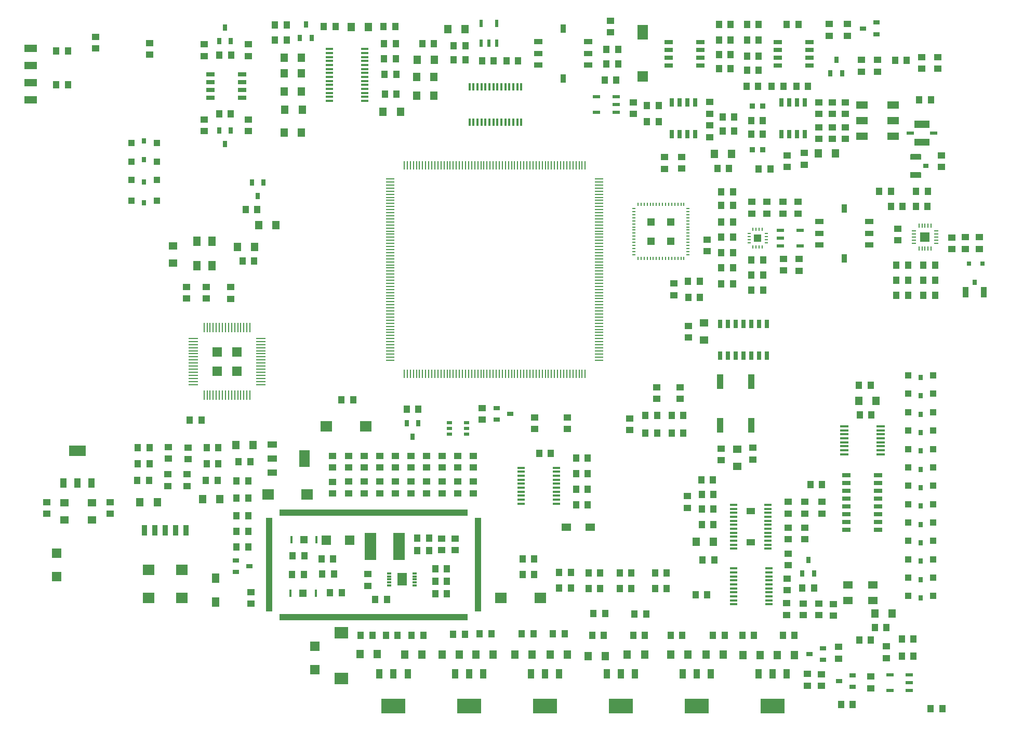
<source format=gbr>
G04 Generated by CircuitCAM Version 5.2*
%FSLAX24Y24*%
%MOMM*%
%ADD101R,1.149114X1.007585*%
%ADD102R,0.629336X1.265677*%
%ADD103R,0.795471X1.078349*%
%ADD104R,1.007585X1.149114*%
%ADD106R,1.219698X1.361227*%
%ADD107R,1.997568X1.219698*%
%ADD109R,0.806786X1.345602*%
%ADD110R,1.078349X0.795471*%
%ADD111R,1.716127X2.493997*%
%ADD112R,1.192937X0.301916*%
%ADD113R,1.345602X0.806786*%
%ADD114R,1.340034X0.802655*%
%ADD115R,1.716127X1.786891*%
%ADD116R,0.301916X1.192937*%
%ADD117R,1.265677X0.629336*%
%ADD118R,0.802655X1.340034*%
%ADD120R,0.795471X0.901618*%
%ADD121R,1.007585X1.078349*%
%ADD122R,0.915986X0.862105*%
%ADD123R,1.888009X1.251668*%
%ADD124R,1.167433X0.592697*%
%ADD125R,0.279286X1.325845*%
%ADD126R,0.848455X0.777870*%
%ADD127R,1.325845X0.279286*%
%ADD128R,0.293475X0.611735*%
%ADD129R,0.611735X0.293475*%
%ADD130R,1.149114X1.149114*%
%ADD131R,1.165996X1.525207*%
%ADD132R,1.361227X1.219698*%
%ADD133R,0.247496X0.643525*%
%ADD134R,0.643525X0.247496*%
%ADD135R,1.555560X1.555560*%
%ADD136R,0.654122X0.654122*%
%ADD137R,0.777870X0.848455*%
%ADD138R,0.245341X1.504013*%
%ADD144R,1.504013X0.245341*%
%ADD145R,1.625092X1.625092*%
%ADD146R,0.989983X2.436344*%
%ADD147R,1.926804X1.785455*%
%ADD148R,0.848455X0.494992*%
%ADD149R,1.495033X1.141391*%
%ADD150R,2.810820X1.714690*%
%ADD151R,1.347038X0.385433*%
%ADD152R,1.714690X2.810820*%
%ADD153R,1.141391X1.495033*%
%ADD156R,0.844144X1.706249*%
%ADD157R,1.644105X1.502577*%
%ADD158R,1.293157X1.490723*%
%ADD159R,1.873820X4.376977*%
%ADD160R,1.502577X1.644105*%
%ADD161R,0.372681X1.221135*%
%ADD162R,1.150550X1.221135*%
%ADD163R,1.562565X2.065459*%
%ADD164R,0.718421X0.305329*%
%ADD165R,1.184316X0.300479*%
%ADD166R,1.490723X1.293157*%
%ADD167R,1.525207X1.165996*%
%ADD170R,2.209682X1.856219*%
%ADD32R,3.975100X2.424938*%
%ADD173R,30.741807X1.089244*%
%ADD174R,0.983738X15.247935*%
%ADD175R,1.426522X1.052309*%
%LNSolderPasteTop*%
%LPD*%
G54D101*
X1147051Y1375499D03*
X308290Y1349017D03*
X308290Y1330015D03*
X395920Y1338857D03*
X484883Y1336830D03*
X556984Y1336830D03*
X1147051Y1356497D03*
X395920Y1319855D03*
X484883Y1317831D03*
X1532720Y1370007D03*
X1503510Y1370007D03*
X1532720Y1351008D03*
X1503510Y1351008D03*
X556984Y1317831D03*
X1680459Y1316327D03*
X1654297Y1316327D03*
X1582250Y1311587D03*
X1555580Y1311587D03*
X1680459Y1297328D03*
X1654297Y1297328D03*
X1582250Y1292588D03*
X1555580Y1292588D03*
X1184590Y1242337D03*
X484883Y1214415D03*
X556984Y1214415D03*
X1184590Y1223335D03*
X484883Y1195415D03*
X556984Y1195415D03*
X1308842Y1243053D03*
X1308842Y1224054D03*
X1530030Y1242337D03*
X1508440Y1242337D03*
X1486850Y1242337D03*
X1530030Y1223335D03*
X1508440Y1223335D03*
X1486850Y1223335D03*
X1308730Y1204928D03*
X1530030Y1201697D03*
X1508440Y1201697D03*
X1486850Y1201697D03*
X1308730Y1185929D03*
X1530030Y1182695D03*
X1508440Y1182695D03*
X1486850Y1182695D03*
X1263076Y1153541D03*
X1235136Y1153287D03*
X1462720Y1159787D03*
X1434780Y1155977D03*
X1686240Y1155977D03*
X1462720Y1140785D03*
X1434780Y1136975D03*
X1263076Y1134539D03*
X1235136Y1134285D03*
X1686240Y1136975D03*
X1453065Y1080366D03*
X1428067Y1080366D03*
X1402067Y1080366D03*
X1377066Y1080366D03*
X1453065Y1061367D03*
X1428067Y1061367D03*
X1402067Y1061367D03*
X1377066Y1061367D03*
X1304224Y1019216D03*
X1614866Y1036742D03*
X1614866Y1017742D03*
X1304224Y1000216D03*
X1748269Y1022627D03*
X1725409Y1022627D03*
X1703067Y1022365D03*
X1748269Y1003625D03*
X1725409Y1003625D03*
X1703067Y1003366D03*
X1428626Y987676D03*
X1454066Y987367D03*
X1428626Y968677D03*
X1250290Y947527D03*
X488290Y941926D03*
X456291Y941926D03*
X528000Y941492D03*
X1454066Y968365D03*
X1250290Y928525D03*
X488290Y922927D03*
X456291Y922927D03*
X528000Y922492D03*
X1274290Y878525D03*
X1274290Y859526D03*
X1260290Y778525D03*
X1222291Y778525D03*
X1260290Y759526D03*
X1222291Y759526D03*
X938210Y744497D03*
X938210Y725495D03*
X1076640Y729257D03*
X1023300Y729257D03*
X1023300Y710255D03*
X426400Y681396D03*
X458290Y680527D03*
X1178291Y727527D03*
X1076640Y710255D03*
X1178291Y708525D03*
X1379090Y679727D03*
X1327290Y678525D03*
X426400Y662396D03*
X458290Y661525D03*
X457291Y636527D03*
X425290Y636527D03*
X457291Y617525D03*
X425290Y617525D03*
X923260Y666613D03*
X897859Y666613D03*
X872459Y666613D03*
X847059Y666613D03*
X821659Y666613D03*
X796257Y666613D03*
X770857Y666613D03*
X745457Y666613D03*
X720059Y666613D03*
X693941Y666603D03*
X923260Y647611D03*
X897859Y647611D03*
X872459Y647611D03*
X847059Y647611D03*
X821659Y647611D03*
X796257Y647611D03*
X770857Y647611D03*
X745457Y647611D03*
X720059Y647611D03*
X693941Y647603D03*
X1379090Y660725D03*
X1327290Y659526D03*
X923303Y624947D03*
X897903Y624947D03*
X872503Y624947D03*
X847103Y624947D03*
X821703Y624947D03*
X796303Y624949D03*
X770903Y624949D03*
X745503Y624949D03*
X720103Y624947D03*
X694131Y624378D03*
X331290Y591525D03*
X228290Y591525D03*
X923303Y605947D03*
X897903Y605947D03*
X872503Y605947D03*
X847103Y605947D03*
X821703Y605947D03*
X796303Y605947D03*
X770903Y605947D03*
X745503Y605947D03*
X720103Y605947D03*
X694131Y605376D03*
X1272220Y600987D03*
X331290Y572526D03*
X228290Y572526D03*
X561020Y444881D03*
X561020Y425879D03*
X893506Y532003D03*
X871916Y532003D03*
X893506Y513001D03*
X871916Y513001D03*
X751520Y473987D03*
X751520Y454985D03*
X1491290Y591726D03*
X1463291Y591726D03*
X1436291Y591726D03*
X1272220Y581985D03*
X1491290Y572727D03*
X1463291Y572727D03*
X1436291Y572727D03*
X1463291Y549727D03*
X1436291Y549727D03*
X1463291Y530725D03*
X1436291Y530725D03*
X1436291Y507525D03*
X1436291Y488526D03*
X1435290Y466725D03*
X1435290Y447726D03*
X1434290Y426725D03*
X1486291Y426527D03*
X1461290Y426527D03*
X1510289Y425526D03*
X1434290Y407726D03*
X1486291Y407525D03*
X1461290Y407525D03*
X1510289Y406527D03*
X1518290Y355526D03*
X1596291Y356527D03*
X1518290Y336527D03*
X1596291Y337525D03*
X1467800Y311427D03*
X1490561Y311335D03*
X1467800Y292425D03*
X1490561Y292336D03*
X1571290Y307525D03*
X1571290Y288526D03*
G54D102*
X961751Y1370899D03*
X936351Y1370899D03*
X961751Y1339098D03*
X949051Y1339098D03*
X936351Y1339098D03*
G54D103*
X650616Y1369261D03*
X518884Y1364331D03*
X660116Y1347259D03*
X641116Y1347259D03*
X528384Y1342332D03*
X509382Y1342332D03*
X1514940Y1311819D03*
X1524439Y1289817D03*
X1505440Y1289817D03*
X528384Y1196866D03*
X509382Y1196866D03*
X518884Y1174864D03*
X581751Y1111755D03*
X562750Y1111755D03*
X572249Y1089756D03*
X833791Y720026D03*
X814791Y720026D03*
X824291Y698025D03*
X1469291Y497225D03*
X1478790Y475226D03*
X1459791Y475226D03*
G54D104*
X619476Y1368166D03*
X600476Y1368166D03*
X699066Y1366020D03*
X680067Y1366020D03*
X796066Y1366020D03*
X777067Y1366020D03*
X619222Y1344036D03*
X600222Y1344036D03*
X262791Y1326025D03*
X243789Y1326025D03*
X1453319Y1369398D03*
X1434320Y1369398D03*
X1388549Y1369398D03*
X1369550Y1369398D03*
X1342829Y1369398D03*
X1323830Y1369398D03*
X797067Y1338021D03*
X778065Y1338021D03*
X859551Y1337998D03*
X840549Y1337998D03*
X910549Y1334999D03*
X891550Y1334999D03*
X528610Y1319045D03*
X509610Y1319045D03*
X1388549Y1343998D03*
X1369550Y1343998D03*
X1342829Y1343998D03*
X1323830Y1343998D03*
X1159551Y1328999D03*
X1140551Y1328999D03*
X797067Y1313020D03*
X778065Y1313020D03*
X910549Y1311999D03*
X891550Y1311999D03*
X996551Y1309997D03*
X977549Y1309997D03*
X956551Y1309997D03*
X937550Y1309997D03*
X1342829Y1319868D03*
X1323830Y1319868D03*
X262791Y1271026D03*
X243789Y1271026D03*
X1159551Y1304999D03*
X1140551Y1304999D03*
X1388445Y1317628D03*
X1369446Y1317628D03*
X798065Y1288019D03*
X779066Y1288019D03*
X798365Y1255885D03*
X779363Y1255885D03*
X1156551Y1278999D03*
X1137549Y1278999D03*
X1342680Y1297709D03*
X1323680Y1297709D03*
X1388549Y1294468D03*
X1369550Y1294468D03*
X1629819Y1310869D03*
X1610820Y1310869D03*
X1468821Y1268867D03*
X1449819Y1268867D03*
X1428821Y1268867D03*
X1409819Y1268867D03*
X1387820Y1268867D03*
X1368821Y1268867D03*
X1669070Y1246807D03*
X1650070Y1246807D03*
X528384Y1223965D03*
X509382Y1223965D03*
X1225520Y1237338D03*
X1206520Y1237338D03*
X1225520Y1210668D03*
X1206520Y1210668D03*
X1348821Y1218867D03*
X1329820Y1218867D03*
X1395258Y1212365D03*
X1376258Y1212365D03*
X1348821Y1196007D03*
X1329820Y1196007D03*
X1395258Y1190267D03*
X1376258Y1190267D03*
X1340140Y1135047D03*
X1321140Y1135047D03*
X1407450Y1133777D03*
X1388450Y1133777D03*
X1603992Y1097951D03*
X1584993Y1097951D03*
X1346566Y1096866D03*
X1327567Y1096866D03*
X1664243Y1097346D03*
X1645244Y1097346D03*
X1346489Y1074994D03*
X1327490Y1074994D03*
X571591Y1067737D03*
X552590Y1067737D03*
X1622842Y1072962D03*
X1603842Y1072962D03*
X1346566Y1047867D03*
X1327567Y1047867D03*
X1663565Y1072866D03*
X1644566Y1072866D03*
X1346566Y1022866D03*
X1327567Y1022866D03*
X566511Y983917D03*
X547510Y983917D03*
X1346566Y997867D03*
X1327567Y997867D03*
X1395568Y985865D03*
X1376566Y985865D03*
X1346566Y972866D03*
X1327567Y972866D03*
X1675790Y977026D03*
X1656791Y977026D03*
X1631790Y977026D03*
X1612791Y977026D03*
X1395568Y960867D03*
X1376566Y960867D03*
X1292301Y951286D03*
X1273299Y951286D03*
X1346566Y946866D03*
X1327567Y946866D03*
X1675790Y953026D03*
X1656791Y953026D03*
X1631790Y953026D03*
X1612791Y953026D03*
X1395568Y936866D03*
X1376566Y936866D03*
X1292791Y925025D03*
X1273790Y925025D03*
X1675790Y928027D03*
X1656791Y928027D03*
X1631790Y928027D03*
X1612791Y928027D03*
X1571026Y781370D03*
X1552026Y781370D03*
X727801Y757857D03*
X708800Y757857D03*
X833791Y743026D03*
X814791Y743026D03*
X1572042Y733110D03*
X1553042Y733110D03*
X1265791Y733026D03*
X1246789Y733026D03*
X1222789Y733026D03*
X1203790Y733026D03*
X480350Y724837D03*
X461350Y724837D03*
X395768Y680024D03*
X376768Y680024D03*
X507789Y680027D03*
X488790Y680027D03*
X1265791Y704027D03*
X1246789Y704027D03*
X1222789Y704027D03*
X1203790Y704027D03*
X395790Y654027D03*
X376791Y654027D03*
X560106Y657121D03*
X541106Y657121D03*
X507789Y654027D03*
X488790Y654027D03*
X394752Y626938D03*
X375752Y626938D03*
X506791Y627027D03*
X487789Y627027D03*
X556804Y626133D03*
X537804Y626133D03*
X1049790Y671025D03*
X1030790Y671025D03*
X1109990Y662775D03*
X1090991Y662775D03*
X1109990Y637375D03*
X1090991Y637375D03*
X556791Y598025D03*
X537789Y598025D03*
X1313790Y628025D03*
X1294790Y628025D03*
X1109990Y611975D03*
X1090991Y611975D03*
X1491778Y620080D03*
X1472778Y620080D03*
X1314740Y604187D03*
X1295740Y604187D03*
X1109990Y586575D03*
X1090991Y586575D03*
X556791Y569577D03*
X537789Y569577D03*
X556791Y544177D03*
X537789Y544177D03*
X556791Y518777D03*
X537789Y518777D03*
X647990Y503603D03*
X628990Y503603D03*
X694980Y498777D03*
X675980Y498777D03*
X851444Y532559D03*
X832444Y532559D03*
X851444Y512239D03*
X832444Y512239D03*
X880410Y482674D03*
X861408Y482674D03*
X696250Y474647D03*
X677250Y474647D03*
X647101Y473123D03*
X628101Y473123D03*
X708950Y444167D03*
X689950Y444167D03*
X880400Y462303D03*
X861400Y462303D03*
X880400Y442237D03*
X861400Y442237D03*
X782610Y432737D03*
X763610Y432737D03*
X1314740Y580057D03*
X1295740Y580057D03*
X1314790Y555026D03*
X1295791Y555026D03*
X1022640Y498777D03*
X1003640Y498777D03*
X1316010Y497101D03*
X1297010Y497101D03*
X1082391Y476527D03*
X1063391Y476527D03*
X1022640Y473377D03*
X1003640Y473377D03*
X1238440Y475826D03*
X1219441Y475826D03*
X1181291Y475826D03*
X1162291Y475826D03*
X1130491Y475826D03*
X1111491Y475826D03*
X1082391Y451127D03*
X1063391Y451127D03*
X1238440Y450426D03*
X1219441Y450426D03*
X1181291Y450426D03*
X1162291Y450426D03*
X1130491Y450426D03*
X1111491Y450426D03*
X1478790Y451226D03*
X1459791Y451226D03*
X1304834Y440205D03*
X1285834Y440205D03*
X1138189Y410327D03*
X1119190Y410327D03*
X1205189Y409326D03*
X1186190Y409326D03*
X1596791Y387025D03*
X1577790Y387025D03*
X1072424Y377213D03*
X1053424Y377213D03*
X1021370Y377213D03*
X1002370Y377213D03*
X952790Y376959D03*
X933790Y376959D03*
X909864Y376197D03*
X890864Y376197D03*
X841995Y374414D03*
X822993Y374414D03*
X800059Y374317D03*
X781058Y374317D03*
X759059Y374317D03*
X740057Y374317D03*
X1446995Y374414D03*
X1427993Y374414D03*
X1380996Y374414D03*
X1361994Y374414D03*
X1332995Y374414D03*
X1313995Y374414D03*
X1263995Y374414D03*
X1244994Y374414D03*
X1202995Y374414D03*
X1183993Y374414D03*
X1135995Y374414D03*
X1116993Y374414D03*
X1640789Y368965D03*
X1621790Y368965D03*
X1571280Y366697D03*
X1552280Y366697D03*
X1640789Y341025D03*
X1621790Y341025D03*
X1541790Y262026D03*
X1522791Y262026D03*
X1687866Y255293D03*
X1668866Y255293D03*
G54D106*
X752566Y1365019D03*
X724565Y1365019D03*
X910049Y1361999D03*
X882051Y1361999D03*
X643280Y1315334D03*
X615279Y1315334D03*
X860049Y1311999D03*
X832051Y1311999D03*
X643534Y1289934D03*
X615533Y1289934D03*
X858916Y1283477D03*
X830915Y1283477D03*
X643280Y1259708D03*
X615279Y1259708D03*
X858916Y1252997D03*
X830915Y1252997D03*
X644550Y1230498D03*
X616549Y1230498D03*
X804565Y1227021D03*
X776567Y1227021D03*
X643600Y1192807D03*
X615599Y1192807D03*
X1344132Y1158263D03*
X1316132Y1158263D03*
X1513550Y1159177D03*
X1485550Y1159177D03*
X601490Y1042337D03*
X573491Y1042337D03*
X567200Y1006777D03*
X539201Y1006777D03*
X1579941Y756519D03*
X1551940Y756519D03*
X564289Y684027D03*
X536291Y684027D03*
X510291Y596026D03*
X482290Y596026D03*
X408290Y591025D03*
X380291Y591025D03*
X1314290Y527027D03*
X1286289Y527027D03*
X1606260Y409877D03*
X1578259Y409877D03*
X766493Y344213D03*
X738495Y344213D03*
X1330495Y343413D03*
X1302494Y343413D03*
X1273495Y343413D03*
X1245494Y343413D03*
X1202494Y343413D03*
X1174493Y343413D03*
X1076495Y343413D03*
X1048494Y343413D03*
X1019345Y343413D03*
X991344Y343413D03*
X955495Y343413D03*
X927494Y343413D03*
X900493Y343413D03*
X872495Y343413D03*
X839495Y343413D03*
X811494Y343413D03*
X1138847Y341031D03*
X1110846Y341031D03*
X1446494Y342214D03*
X1418494Y342214D03*
X1390495Y342214D03*
X1362494Y342214D03*
G54D107*
X201864Y1330505D03*
X201864Y1302507D03*
X202372Y1274879D03*
X202372Y1246881D03*
G54D109*
X1069566Y1362659D03*
X1069566Y1281379D03*
X1527998Y1069617D03*
X1527998Y988337D03*
G54D110*
X1580319Y1372367D03*
X1558321Y1362868D03*
X1580319Y1353368D03*
X961499Y744497D03*
X983501Y734997D03*
X961499Y725495D03*
X536291Y496527D03*
X558289Y487027D03*
X536291Y477525D03*
X1493291Y353525D03*
X1471290Y344025D03*
X1493291Y334526D03*
X1541290Y309527D03*
X1519291Y300025D03*
X1541290Y290525D03*
G54D111*
X1199830Y1356467D03*
G54D112*
X746465Y1329271D03*
X688665Y1329271D03*
X746465Y1322771D03*
X688665Y1322771D03*
X746465Y1316271D03*
X688665Y1316271D03*
X746465Y1309769D03*
X688665Y1309769D03*
X746465Y1303269D03*
X688665Y1303269D03*
X746465Y1296769D03*
X688665Y1296769D03*
X746465Y1290269D03*
X688665Y1290269D03*
X746465Y1283769D03*
X688665Y1283769D03*
X746465Y1277269D03*
X688665Y1277269D03*
X746465Y1270770D03*
X688665Y1270770D03*
X746465Y1264270D03*
X688665Y1264270D03*
X746465Y1257770D03*
X688665Y1257770D03*
X746465Y1251270D03*
X688665Y1251270D03*
X746465Y1244770D03*
X688665Y1244770D03*
X1059190Y647476D03*
X1001390Y647476D03*
X1059190Y640977D03*
X1001390Y640977D03*
X1059190Y634477D03*
X1001390Y634477D03*
X1059190Y627977D03*
X1001390Y627977D03*
X1059190Y621477D03*
X1001390Y621477D03*
X1059190Y614977D03*
X1001390Y614977D03*
X1059190Y608475D03*
X1001390Y608475D03*
X1059190Y601975D03*
X1001390Y601975D03*
X1059190Y595475D03*
X1001390Y595475D03*
X1059190Y588975D03*
X1001390Y588975D03*
X1405189Y483476D03*
X1347391Y483476D03*
X1405189Y476976D03*
X1347391Y476976D03*
X1405189Y470477D03*
X1347391Y470477D03*
X1405189Y463977D03*
X1347391Y463977D03*
X1405189Y457477D03*
X1347391Y457477D03*
X1405189Y450977D03*
X1347391Y450977D03*
X1405189Y444477D03*
X1347391Y444477D03*
X1405189Y437975D03*
X1347391Y437975D03*
X1405189Y431475D03*
X1347391Y431475D03*
X1405189Y424975D03*
X1347391Y424975D03*
G54D113*
X1110206Y1341069D03*
X1028926Y1341069D03*
X1110206Y1322019D03*
X1028926Y1322019D03*
X1028926Y1302969D03*
X1110206Y1302969D03*
X1568638Y1048027D03*
X1487358Y1048027D03*
X1568638Y1028977D03*
X1487358Y1028977D03*
X1487358Y1009927D03*
X1568638Y1009927D03*
G54D114*
X1293091Y1340188D03*
X1241491Y1340188D03*
X1470891Y1340188D03*
X1419291Y1340188D03*
X1470891Y1327488D03*
X1419291Y1327488D03*
X1293091Y1327488D03*
X1241491Y1327488D03*
X1293091Y1314788D03*
X1241491Y1314788D03*
X546849Y1288049D03*
X495249Y1288049D03*
X546849Y1275349D03*
X495249Y1275349D03*
X1470891Y1314788D03*
X1419291Y1314788D03*
X1470891Y1302088D03*
X1419291Y1302088D03*
X1293091Y1302088D03*
X1241491Y1302088D03*
X546849Y1262649D03*
X495249Y1262649D03*
X546849Y1249949D03*
X495249Y1249949D03*
X1583091Y635475D03*
X1531490Y635475D03*
X1583091Y622775D03*
X1531490Y622775D03*
X1583091Y610075D03*
X1531490Y610075D03*
X1583091Y597375D03*
X1531490Y597375D03*
X1583091Y584675D03*
X1531490Y584675D03*
X1583091Y571975D03*
X1531490Y571975D03*
X1583091Y559275D03*
X1531490Y559275D03*
X1583091Y546575D03*
X1531490Y546575D03*
G54D115*
X1199830Y1284465D03*
G54D116*
X1001796Y1267935D03*
X995296Y1267935D03*
X988797Y1267935D03*
X982297Y1267935D03*
X975797Y1267935D03*
X969297Y1267935D03*
X962797Y1267935D03*
X956297Y1267935D03*
X949797Y1267935D03*
X943295Y1267935D03*
X936795Y1267935D03*
X930295Y1267935D03*
X923795Y1267935D03*
X917296Y1267935D03*
X1001796Y1210135D03*
X995296Y1210135D03*
X988797Y1210135D03*
X982297Y1210135D03*
X975797Y1210135D03*
X969297Y1210135D03*
X962797Y1210135D03*
X956297Y1210135D03*
X949797Y1210135D03*
X943295Y1210135D03*
X936795Y1210135D03*
X930295Y1210135D03*
X923795Y1210135D03*
X917296Y1210135D03*
G54D117*
X1155951Y1251697D03*
X1124151Y1251697D03*
X1155951Y1238997D03*
X1155951Y1226297D03*
X1124151Y1226297D03*
X1455956Y1034057D03*
X1424155Y1034057D03*
X1424155Y1021357D03*
X1455956Y1008657D03*
X1424155Y1008657D03*
X1634190Y309725D03*
X1602390Y309725D03*
X1634190Y297025D03*
X1634190Y284325D03*
X1602390Y284325D03*
G54D118*
X1463370Y1242667D03*
X1450670Y1242667D03*
X1437970Y1242667D03*
X1425270Y1242667D03*
X1285370Y1242667D03*
X1272670Y1242667D03*
X1259969Y1242667D03*
X1247270Y1242667D03*
X1285370Y1191067D03*
X1272670Y1191067D03*
X1259969Y1191067D03*
X1247270Y1191067D03*
X1463370Y1191067D03*
X1450670Y1191067D03*
X1437970Y1191067D03*
X1425270Y1191067D03*
X1402151Y881695D03*
X1389451Y881695D03*
X1376751Y881695D03*
X1364051Y881695D03*
X1351351Y881695D03*
X1338651Y881695D03*
X1325951Y881695D03*
X1402151Y830095D03*
X1389451Y830095D03*
X1376751Y830095D03*
X1364051Y830095D03*
X1351351Y830095D03*
X1338651Y830095D03*
X1325951Y830095D03*
G54D120*
X387030Y1179863D03*
X387030Y1149383D03*
X387030Y1113089D03*
X387030Y1078799D03*
X1652290Y794426D03*
X1652290Y764515D03*
X1652290Y734601D03*
X1652290Y704601D03*
X1652290Y674687D03*
X1652290Y644776D03*
X1652290Y614863D03*
X1652290Y584952D03*
X1652290Y555038D03*
X1652290Y525127D03*
X1652290Y495214D03*
X1652290Y465300D03*
X1652290Y435389D03*
G54D121*
X366530Y1176589D03*
X407530Y1176589D03*
X366530Y1146109D03*
X407530Y1146109D03*
X407530Y1116363D03*
X366530Y1116363D03*
X407530Y1082073D03*
X366530Y1082073D03*
X1672791Y797702D03*
X1631790Y797702D03*
X1672791Y767789D03*
X1631790Y767789D03*
X1672791Y737875D03*
X1631790Y737875D03*
X1672791Y707875D03*
X1631790Y707875D03*
X1672791Y677964D03*
X1631790Y677964D03*
X1672791Y648051D03*
X1631790Y648051D03*
X1672791Y618139D03*
X1631790Y618139D03*
X1672791Y588226D03*
X1631790Y588226D03*
X1672791Y558312D03*
X1631790Y558312D03*
X1672791Y528401D03*
X1631790Y528401D03*
X1672791Y498488D03*
X1631790Y498488D03*
X1672791Y468577D03*
X1631790Y468577D03*
X1672791Y438663D03*
X1631790Y438663D03*
G54D122*
X1395021Y1236647D03*
X1378021Y1236647D03*
X1395021Y1165527D03*
X1378021Y1165527D03*
G54D123*
X1607500Y1237917D03*
X1556700Y1237917D03*
X1607500Y1212517D03*
X1556700Y1212517D03*
X1607500Y1187117D03*
X1556700Y1187117D03*
G54D124*
X1673540Y1192197D03*
X1635440Y1192197D03*
G54D125*
X1105789Y1140226D03*
X1100790Y1140226D03*
X1095789Y1140226D03*
X1090790Y1140226D03*
X1085789Y1140226D03*
X1080790Y1140226D03*
X1075789Y1140226D03*
X1070790Y1140226D03*
X1065789Y1140226D03*
X1060790Y1140226D03*
X1055789Y1140226D03*
X1050790Y1140226D03*
X1045789Y1140226D03*
X1040790Y1140226D03*
X1035789Y1140226D03*
X1030790Y1140226D03*
X1025789Y1140226D03*
X1020790Y1140226D03*
X1015789Y1140226D03*
X1010790Y1140226D03*
X1005789Y1140226D03*
X1000790Y1140226D03*
X995789Y1140226D03*
X990791Y1140226D03*
X985789Y1140226D03*
X980791Y1140226D03*
X975789Y1140226D03*
X970791Y1140226D03*
X965789Y1140226D03*
X960791Y1140226D03*
X955789Y1140226D03*
X950791Y1140226D03*
X945789Y1140226D03*
X940791Y1140226D03*
X935789Y1140226D03*
X930791Y1140226D03*
X925789Y1140226D03*
X920791Y1140226D03*
X915789Y1140226D03*
X910791Y1140226D03*
X905789Y1140226D03*
X900791Y1140226D03*
X895789Y1140226D03*
X890791Y1140226D03*
X885789Y1140226D03*
X880791Y1140226D03*
X875789Y1140226D03*
X870791Y1140226D03*
X865790Y1140226D03*
X860791Y1140226D03*
X855789Y1140226D03*
X850791Y1140226D03*
X845790Y1140226D03*
X840791Y1140226D03*
X835790Y1140226D03*
X830791Y1140226D03*
X825790Y1140226D03*
X820791Y1140226D03*
X815790Y1140226D03*
X810791Y1140226D03*
X1105789Y800227D03*
X1100790Y800227D03*
X1095789Y800227D03*
X1090790Y800227D03*
X1085789Y800227D03*
X1080790Y800227D03*
X1075789Y800227D03*
X1070790Y800227D03*
X1065789Y800227D03*
X1060790Y800227D03*
X1055789Y800227D03*
X1050790Y800227D03*
X1045789Y800227D03*
X1040790Y800227D03*
X1035789Y800227D03*
X1030790Y800227D03*
X1025789Y800227D03*
X1020790Y800227D03*
X1015789Y800227D03*
X1010790Y800227D03*
X1005789Y800227D03*
X1000790Y800227D03*
X995789Y800227D03*
X990791Y800227D03*
X985789Y800227D03*
X980791Y800227D03*
X975789Y800227D03*
X970791Y800227D03*
X965789Y800227D03*
X960791Y800227D03*
X955789Y800227D03*
X950791Y800227D03*
X945789Y800227D03*
X940791Y800227D03*
X935789Y800227D03*
X930791Y800227D03*
X925789Y800227D03*
X920791Y800227D03*
X915789Y800227D03*
X910791Y800227D03*
X905789Y800227D03*
X900791Y800227D03*
X895789Y800227D03*
X890791Y800227D03*
X885789Y800227D03*
X880791Y800227D03*
X875789Y800227D03*
X870791Y800227D03*
X865790Y800227D03*
X860791Y800227D03*
X855789Y800227D03*
X850791Y800227D03*
X845790Y800227D03*
X840791Y800227D03*
X835790Y800227D03*
X830791Y800227D03*
X825790Y800227D03*
X820791Y800227D03*
X815790Y800227D03*
X810791Y800227D03*
G54D126*
X1660581Y1138857D03*
G54D127*
X1128291Y1117727D03*
X788289Y1117727D03*
X1128291Y1112726D03*
X788289Y1112726D03*
X1128291Y1107727D03*
X788289Y1107727D03*
X1128291Y1102726D03*
X788289Y1102726D03*
X1128291Y1097727D03*
X788289Y1097727D03*
X1128291Y1092726D03*
X788289Y1092726D03*
X1128291Y1087727D03*
X788289Y1087727D03*
X1128291Y1082726D03*
X788289Y1082726D03*
X1128291Y1077727D03*
X788289Y1077727D03*
X1128291Y1072726D03*
X788289Y1072726D03*
X1128291Y1067727D03*
X788289Y1067727D03*
X1128291Y1062726D03*
X788289Y1062726D03*
X1128291Y1057727D03*
X788289Y1057727D03*
X1128291Y1052726D03*
X788289Y1052726D03*
X1128291Y1047727D03*
X788289Y1047727D03*
X1128291Y1042726D03*
X788289Y1042726D03*
X1128291Y1037727D03*
X788289Y1037727D03*
X1128291Y1032726D03*
X788289Y1032726D03*
X1128291Y1027727D03*
X788289Y1027727D03*
X1128291Y1022726D03*
X788289Y1022726D03*
X1128291Y1017727D03*
X788289Y1017727D03*
X1128291Y1012726D03*
X788289Y1012726D03*
X1128291Y1007727D03*
X788289Y1007727D03*
X1128291Y1002726D03*
X788289Y1002726D03*
X1128291Y997727D03*
X788289Y997727D03*
X1128291Y992726D03*
X788289Y992726D03*
X1128291Y987727D03*
X788289Y987727D03*
X1128291Y982726D03*
X788289Y982726D03*
X1128291Y977725D03*
X788289Y977725D03*
X1128291Y972726D03*
X788289Y972726D03*
X1128291Y967725D03*
X788289Y967725D03*
X1128291Y962726D03*
X788289Y962726D03*
X1128291Y957725D03*
X788289Y957725D03*
X1128291Y952726D03*
X788289Y952726D03*
X1128291Y947725D03*
X788289Y947725D03*
X1128291Y942726D03*
X788289Y942726D03*
X1128291Y937725D03*
X788289Y937725D03*
X1128291Y932726D03*
X788289Y932726D03*
X1128291Y927725D03*
X788289Y927725D03*
X1128291Y922726D03*
X788289Y922726D03*
X1128291Y917725D03*
X788289Y917725D03*
X1128291Y912726D03*
X788289Y912726D03*
X1128291Y907725D03*
X788289Y907725D03*
X1128291Y902726D03*
X788289Y902726D03*
X1128291Y897725D03*
X788289Y897725D03*
X1128291Y892726D03*
X788289Y892726D03*
X1128291Y887725D03*
X788289Y887725D03*
X1128291Y882726D03*
X788289Y882726D03*
X1128291Y877725D03*
X788289Y877725D03*
X1128291Y872726D03*
X788289Y872726D03*
X1128291Y867725D03*
X788289Y867725D03*
X1128291Y862726D03*
X788289Y862726D03*
X1128291Y857725D03*
X788289Y857725D03*
X1128291Y852726D03*
X788289Y852726D03*
X1128291Y847725D03*
X788289Y847725D03*
X1128291Y842726D03*
X788289Y842726D03*
X1128291Y837725D03*
X788289Y837725D03*
X1128291Y832726D03*
X788289Y832726D03*
X1128291Y827725D03*
X788289Y827725D03*
X1128291Y822726D03*
X788289Y822726D03*
G54D128*
X1266789Y1076025D03*
X1261791Y1076025D03*
X1256789Y1076025D03*
X1251791Y1076025D03*
X1246789Y1076025D03*
X1241791Y1076025D03*
X1236790Y1076025D03*
X1231791Y1076025D03*
X1226790Y1076025D03*
X1221791Y1076025D03*
X1216790Y1076025D03*
X1211791Y1076025D03*
X1206790Y1076025D03*
X1201791Y1076025D03*
X1196790Y1076025D03*
X1191791Y1076025D03*
X1394216Y1035355D03*
X1389217Y1035355D03*
X1384216Y1035355D03*
X1379218Y1035355D03*
X1394216Y1007356D03*
X1389217Y1007356D03*
X1384216Y1007356D03*
X1379218Y1007356D03*
X1266789Y988027D03*
X1261791Y988027D03*
X1256789Y988027D03*
X1251791Y988027D03*
X1246789Y988027D03*
X1241791Y988027D03*
X1236790Y988027D03*
X1231791Y988027D03*
X1226790Y988027D03*
X1221791Y988027D03*
X1216790Y988027D03*
X1211791Y988027D03*
X1206790Y988027D03*
X1201791Y988027D03*
X1196790Y988027D03*
X1191791Y988027D03*
G54D129*
X1273289Y1069525D03*
X1185291Y1069525D03*
X1273289Y1064527D03*
X1185291Y1064527D03*
X1273289Y1059525D03*
X1185291Y1059525D03*
X1273289Y1054527D03*
X1185291Y1054527D03*
X1185291Y1049525D03*
X1185291Y1044527D03*
X1185291Y1039525D03*
X1273289Y1049525D03*
X1273289Y1044527D03*
X1273289Y1039525D03*
X1273289Y1034527D03*
X1185291Y1034527D03*
X1273289Y1029525D03*
X1185291Y1029525D03*
X1273289Y1024527D03*
X1185291Y1024527D03*
X1185291Y1019526D03*
X1185291Y1014527D03*
X1185291Y1009526D03*
X1273289Y1019526D03*
X1273289Y1014527D03*
X1400716Y1028855D03*
X1372715Y1028855D03*
X1372715Y1023856D03*
X1372715Y1018855D03*
X1372715Y1013856D03*
X1400716Y1023856D03*
X1400716Y1018855D03*
X1400716Y1013856D03*
X1273289Y1009526D03*
X1273289Y1004527D03*
X1185291Y1004527D03*
X1273289Y999526D03*
X1185291Y999526D03*
X1273289Y994527D03*
X1185291Y994527D03*
G54D130*
X1245116Y1047849D03*
X1213467Y1047849D03*
X1245116Y1016201D03*
X1213467Y1016201D03*
X1386715Y1021357D03*
G54D131*
X498028Y1016097D03*
X473029Y1016097D03*
X498028Y976097D03*
X473029Y976097D03*
G54D132*
X434289Y1008426D03*
X434289Y980425D03*
X1299291Y883026D03*
X1299291Y855025D03*
X1353690Y677875D03*
X1353690Y649877D03*
X302290Y590027D03*
X257289Y590027D03*
X302290Y562026D03*
X257289Y562026D03*
G54D133*
X1669616Y1041316D03*
X1664617Y1041316D03*
X1659616Y1041316D03*
X1654617Y1041316D03*
X1649616Y1041316D03*
X1669616Y1004415D03*
X1664617Y1004415D03*
X1659616Y1004415D03*
X1654617Y1004415D03*
X1649616Y1004415D03*
G54D134*
X1678066Y1032866D03*
X1641165Y1032866D03*
X1641165Y1027867D03*
X1641165Y1022866D03*
X1641165Y1017867D03*
X1641165Y1012866D03*
X1678066Y1027867D03*
X1678066Y1022866D03*
X1678066Y1017867D03*
X1678066Y1012866D03*
G54D135*
X1659616Y1022815D03*
G54D136*
X1752920Y980107D03*
X1730921Y980107D03*
G54D137*
X1740649Y949366D03*
G54D138*
X559590Y875477D03*
X554591Y875477D03*
X549590Y875477D03*
X544591Y875477D03*
X539590Y875477D03*
X534591Y875477D03*
X529590Y875477D03*
X524591Y875477D03*
X519590Y875477D03*
X514591Y875477D03*
X509590Y875477D03*
X504591Y875477D03*
X499590Y875477D03*
X494591Y875477D03*
X489590Y875477D03*
X484591Y875477D03*
X559590Y765477D03*
X554591Y765477D03*
X549590Y765477D03*
X544591Y765477D03*
X539590Y765477D03*
X534591Y765477D03*
X529590Y765477D03*
X524591Y765477D03*
X519590Y765477D03*
X514591Y765477D03*
X509590Y765477D03*
X504591Y765477D03*
X499590Y765477D03*
X494591Y765477D03*
X489590Y765477D03*
X484591Y765477D03*
G54D144*
X577091Y857976D03*
X467091Y857976D03*
X577091Y852975D03*
X467091Y852975D03*
X577091Y847976D03*
X467091Y847976D03*
X467091Y842975D03*
X467091Y837976D03*
X467091Y832975D03*
X467091Y827976D03*
X577091Y842975D03*
X577091Y837976D03*
X577091Y832975D03*
X577091Y827976D03*
X577091Y822975D03*
X467091Y822975D03*
X577091Y817977D03*
X467091Y817977D03*
X467091Y812975D03*
X467091Y807977D03*
X467091Y802975D03*
X467091Y797977D03*
X467091Y792975D03*
X577091Y812975D03*
X577091Y807977D03*
X577091Y802975D03*
X577091Y797977D03*
X577091Y792975D03*
X577091Y787977D03*
X467091Y787977D03*
X577091Y782975D03*
X467091Y782975D03*
G54D145*
X537906Y836292D03*
X506273Y836292D03*
X537906Y804659D03*
X506273Y804659D03*
G54D146*
X1376868Y787710D03*
X1326068Y787710D03*
X1376868Y716610D03*
X1326068Y716610D03*
G54D147*
X747961Y714677D03*
X683961Y714677D03*
X652711Y604187D03*
X588711Y604187D03*
X448625Y480845D03*
X394015Y480845D03*
X448625Y435125D03*
X394015Y435125D03*
X1032441Y435277D03*
X968441Y435277D03*
G54D148*
X912289Y720725D03*
X884291Y720725D03*
X912289Y711225D03*
X884291Y711225D03*
X912289Y701726D03*
X884291Y701726D03*
G54D149*
X595729Y685607D03*
X595729Y662607D03*
X595729Y639605D03*
G54D150*
X278290Y675277D03*
G54D151*
X1586989Y714776D03*
X1527589Y714776D03*
X1586989Y708276D03*
X1527589Y708276D03*
X1586989Y701777D03*
X1527589Y701777D03*
X1586989Y695277D03*
X1527589Y695277D03*
X1586989Y688777D03*
X1527589Y688777D03*
X1586989Y682277D03*
X1527589Y682277D03*
X1586989Y675777D03*
X1527589Y675777D03*
X1586989Y669275D03*
X1527589Y669275D03*
G54D152*
X648231Y662607D03*
G54D153*
X301290Y622775D03*
X278290Y622775D03*
X255290Y622775D03*
X1433995Y311663D03*
X1410995Y311663D03*
X1387993Y311663D03*
X1310495Y311663D03*
X1287493Y311663D03*
X1264493Y311663D03*
X1186995Y311663D03*
X1163993Y311663D03*
X1140993Y311663D03*
X1063495Y311663D03*
X1040493Y311663D03*
X1017494Y311663D03*
X939993Y311663D03*
X916993Y311663D03*
X893994Y311663D03*
X816493Y311663D03*
X793493Y311663D03*
X770494Y311663D03*
G54D156*
X455356Y545615D03*
X438338Y545615D03*
X421320Y545615D03*
X404302Y545615D03*
X387284Y545615D03*
G54D157*
X244737Y507909D03*
X244737Y469809D03*
X664959Y356537D03*
X664959Y318437D03*
G54D158*
X503870Y467477D03*
X503870Y428475D03*
G54D159*
X802452Y519097D03*
X755452Y519097D03*
G54D160*
X722056Y529511D03*
X683956Y529511D03*
G54D161*
X667880Y530527D03*
X626880Y530527D03*
X666610Y442897D03*
X625610Y442897D03*
G54D162*
X647380Y530527D03*
X646110Y442897D03*
G54D163*
X807146Y465503D03*
G54D164*
X786064Y475503D03*
X786064Y470502D03*
X786064Y465503D03*
X786064Y460502D03*
X786064Y455501D03*
X828228Y475503D03*
X828228Y470502D03*
X828228Y465503D03*
X828228Y460502D03*
X828228Y455501D03*
G54D165*
X1403789Y586976D03*
X1347790Y586976D03*
X1403789Y580476D03*
X1347790Y580476D03*
X1347790Y573976D03*
X1403789Y573976D03*
X1403789Y567477D03*
X1347790Y567477D03*
X1403789Y560977D03*
X1347790Y560977D03*
X1403789Y554477D03*
X1347790Y554477D03*
X1403789Y547977D03*
X1347790Y547977D03*
X1403789Y541477D03*
X1347790Y541477D03*
X1403789Y534975D03*
X1347790Y534975D03*
X1347790Y528475D03*
X1347790Y521975D03*
X1403789Y528475D03*
X1403789Y521975D03*
X1403789Y515475D03*
X1347790Y515475D03*
G54D166*
X1113920Y550847D03*
X1074920Y550847D03*
G54D167*
X1574290Y456527D03*
X1534290Y456527D03*
X1574290Y431526D03*
X1534290Y431526D03*
G54D170*
X708139Y378795D03*
X708139Y303797D03*
G54D32*
X1410995Y259164D03*
X1287493Y259164D03*
X1163993Y259164D03*
X1040493Y259164D03*
X916993Y259164D03*
X793493Y259164D03*
G36*
G01X1666500Y1212700D02*
X1642450Y1212700D01*
X1642450Y1201200D01*
X1666500Y1201200D01*
X1666500Y1212700D01*
G37*
G36*
G01X1666500Y1183250D02*
X1642450Y1183250D01*
X1642450Y1171750D01*
X1666500Y1171750D01*
X1666500Y1183250D01*
G37*
G36*
G01X1653000Y1157700D02*
G75*
G03X1652550Y1158150I-450J0D01*
G74*
G01*
X1636150Y1158150D01*
G75*
G03X1635700Y1157700I0J-450D01*
G74*
G01*
X1635700Y1149500D01*
G75*
G03X1636150Y1149050I450J0D01*
G74*
G01*
X1652550Y1149050D01*
G75*
G03X1653000Y1149500I0J450D01*
G74*
G01*
X1653000Y1157700D01*
G37*
G36*
G01X1653000Y1128200D02*
G75*
G03X1652550Y1128650I-450J0D01*
G74*
G01*
X1636150Y1128650D01*
G75*
G03X1635700Y1128200I0J-450D01*
G74*
G01*
X1635700Y1120000D01*
G75*
G03X1636150Y1119550I450J0D01*
G74*
G01*
X1652550Y1119550D01*
G75*
G03X1653000Y1120000I0J450D01*
G74*
G01*
X1653000Y1128200D01*
G37*
G36*
G01X1730450Y941300D02*
G75*
G03X1730000Y941750I-450J0D01*
G74*
G01*
X1721800Y941750D01*
G75*
G03X1721350Y941300I0J-450D01*
G74*
G01*
X1721350Y924900D01*
G75*
G03X1721600Y924450I462J-37D01*
G74*
G01*
X1721800Y924450D01*
X1730000Y924450D01*
G75*
G03X1730450Y924900I0J450D01*
G74*
G01*
X1730450Y941300D01*
G37*
G36*
G01X1759950Y941300D02*
G75*
G03X1759500Y941750I-450J0D01*
G74*
G01*
X1751300Y941750D01*
G75*
G03X1750850Y941300I0J-450D01*
G74*
G01*
X1750850Y924900D01*
G75*
G03X1751100Y924450I462J-37D01*
G74*
G01*
X1751300Y924450D01*
X1759500Y924450D01*
G75*
G03X1759950Y924900I0J450D01*
G74*
G01*
X1759950Y941300D01*
G37*
G54D173*
X760964Y574413D03*
X760964Y404376D03*
G54D174*
X930854Y489395D03*
X591076Y489395D03*
G54D175*
X1375791Y576626D03*
X1375791Y525826D03*
M02*

</source>
